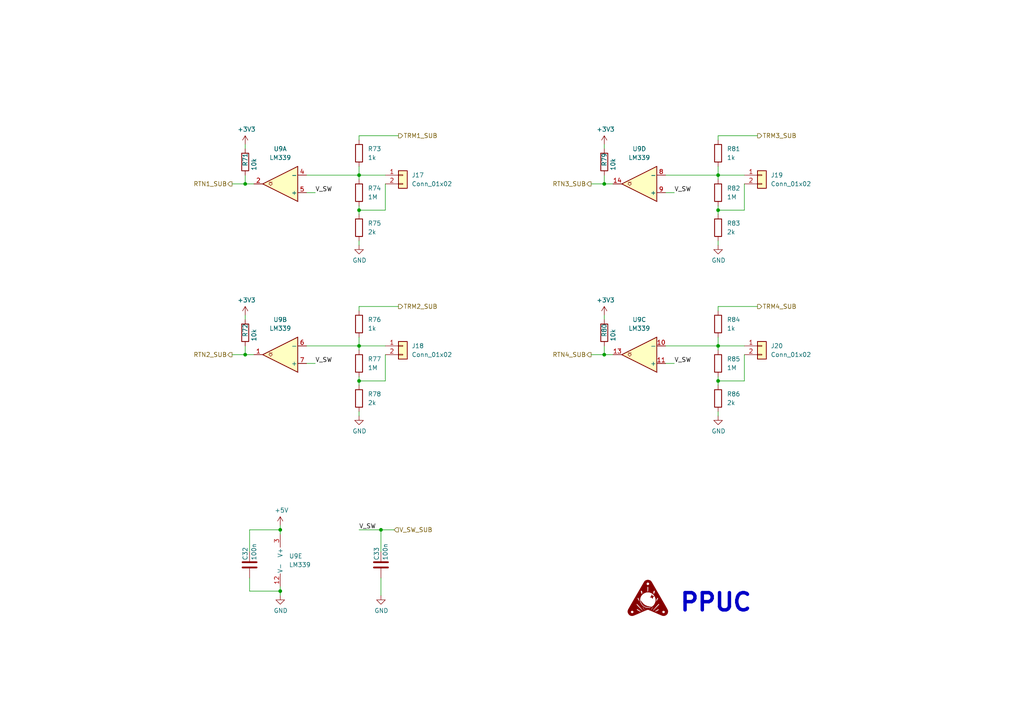
<source format=kicad_sch>
(kicad_sch (version 20211123) (generator eeschema)
  (paper "A4")
  (title_block (title "Opto_8") (date "2025-03-26") (rev "0.1.0"))
  (lib_symbols
    (symbol "Comparator:LM339" (pin_names (offset 0.127))
      (property "Reference" "U" (at 0 5.08 0))
      (property "Value" "LM339" (at 0 -5.08 0))
      (symbol "LM339_1_1"
        (polyline (pts (xy -5.08 5.08) (xy 5.08 0) (xy -5.08 -5.08) (xy -5.08 5.08)) (stroke (width 0.254)) (fill (type background)))
        (polyline (pts (xy 3.302 -0.508) (xy 2.794 -0.508) (xy 3.302 0) (xy 2.794 0.508) (xy 2.286 0) (xy 2.794 -0.508) (xy 2.286 -0.508)) (stroke (width 0.127)))
        (pin open_collector line (at 7.62 0 180) (length 2.54) (name "~") (number "2"))
        (pin input line (at -7.62 -2.54 0) (length 2.54) (name "-") (number "4"))
        (pin input line (at -7.62 2.54 0) (length 2.54) (name "+") (number "5"))
      )
      (symbol "LM339_2_1"
        (polyline (pts (xy -5.08 5.08) (xy 5.08 0) (xy -5.08 -5.08) (xy -5.08 5.08)) (stroke (width 0.254)) (fill (type background)))
        (polyline (pts (xy 3.302 -0.508) (xy 2.794 -0.508) (xy 3.302 0) (xy 2.794 0.508) (xy 2.286 0) (xy 2.794 -0.508) (xy 2.286 -0.508)) (stroke (width 0.127)))
        (pin open_collector line (at 7.62 0 180) (length 2.54) (name "~") (number "1"))
        (pin input line (at -7.62 -2.54 0) (length 2.54) (name "-") (number "6"))
        (pin input line (at -7.62 2.54 0) (length 2.54) (name "+") (number "7"))
      )
      (symbol "LM339_3_1"
        (polyline (pts (xy -5.08 5.08) (xy 5.08 0) (xy -5.08 -5.08) (xy -5.08 5.08)) (stroke (width 0.254)) (fill (type background)))
        (polyline (pts (xy 3.302 -0.508) (xy 2.794 -0.508) (xy 3.302 0) (xy 2.794 0.508) (xy 2.286 0) (xy 2.794 -0.508) (xy 2.286 -0.508)) (stroke (width 0.127)))
        (pin input line (at -7.62 -2.54 0) (length 2.54) (name "-") (number "10"))
        (pin input line (at -7.62 2.54 0) (length 2.54) (name "+") (number "11"))
        (pin open_collector line (at 7.62 0 180) (length 2.54) (name "~") (number "13"))
      )
      (symbol "LM339_4_1"
        (polyline (pts (xy -5.08 5.08) (xy 5.08 0) (xy -5.08 -5.08) (xy -5.08 5.08)) (stroke (width 0.254)) (fill (type background)))
        (polyline (pts (xy 3.302 -0.508) (xy 2.794 -0.508) (xy 3.302 0) (xy 2.794 0.508) (xy 2.286 0) (xy 2.794 -0.508) (xy 2.286 -0.508)) (stroke (width 0.127)))
        (pin open_collector line (at 7.62 0 180) (length 2.54) (name "~") (number "14"))
        (pin input line (at -7.62 -2.54 0) (length 2.54) (name "-") (number "8"))
        (pin input line (at -7.62 2.54 0) (length 2.54) (name "+") (number "9"))
      )
      (symbol "LM339_5_1"
        (pin power_in line (at -2.54 -7.62 90) (length 3.81) (name "V-") (number "12"))
        (pin power_in line (at -2.54 7.62 270) (length 3.81) (name "V+") (number "3"))
      )
    )
    (symbol "Connector_Generic:Conn_01x02" (pin_names (offset 1.016) hide)
      (property "Reference" "J" (at 0 2.54 0))
      (property "Value" "Conn_01x02" (at 0 -5.08 0))
      (symbol "Conn_01x02_1_1"
        (rectangle (start -1.27 -2.413) (end 0 -2.667) (stroke (width 0.1524)))
        (rectangle (start -1.27 0.127) (end 0 -0.127) (stroke (width 0.1524)))
        (rectangle (start -1.27 1.27) (end 1.27 -3.81) (stroke (width 0.254)) (fill (type background)))
        (pin passive line (at -5.08 0 0) (length 3.81) (name "Pin_1") (number "1"))
        (pin passive line (at -5.08 -2.54 0) (length 3.81) (name "Pin_2") (number "2"))
      )
    )
    (symbol "Device:C" (pin_numbers hide) (pin_names (offset 0.254))
      (property "Reference" "C" (at 0.635 2.54 0))
      (property "Value" "C" (at 0.635 -2.54 0))
      (symbol "C_0_1"
        (polyline (pts (xy -2.032 -0.762) (xy 2.032 -0.762)) (stroke (width 0.508)))
        (polyline (pts (xy -2.032 0.762) (xy 2.032 0.762)) (stroke (width 0.508)))
      )
      (symbol "C_1_1"
        (pin passive line (at 0 3.81 270) (length 2.794) (name "~") (number "1"))
        (pin passive line (at 0 -3.81 90) (length 2.794) (name "~") (number "2"))
      )
    )
    (symbol "Device:R" (pin_numbers hide) (pin_names (offset 0))
      (property "Reference" "R" (at 2.032 0 90))
      (property "Value" "R" (at 0 0 90))
      (symbol "R_0_1"
        (rectangle (start -1.016 -2.54) (end 1.016 2.54) (stroke (width 0.254)))
      )
      (symbol "R_1_1"
        (pin passive line (at 0 3.81 270) (length 1.27) (name "~") (number "1"))
        (pin passive line (at 0 -3.81 90) (length 1.27) (name "~") (number "2"))
      )
    )
    (symbol "PPUC_LOGO_LIB:LOGO" (pin_names (offset 1.016))
      (symbol "LOGO_0_0"
        (polyline (pts (xy 1.3461 0.5723) (xy 1.401 0.7319) (xy 1.5604 0.9187) (xy 1.7415 1.0689) (xy 1.5906 1.0703) (xy 1.4626 1.0839) (xy 1.2757 1.1732) (xy 1.1226 1.3565) (xy 1.0185 1.5273) (xy 1.0183 1.3201) (xy 1.0052 1.1853) (xy 0.9467 1.0647) (xy 0.8201 0.9316) (xy 0.6221 0.7503) (xy 0.8008 0.7503) (xy 0.8737 0.7451) (xy 1.0075 0.6918) (xy 1.1462 0.5632) (xy 1.3128 0.3761) (xy 1.3461 0.5723)) (stroke (width 0.01)) (fill (type outline)))
        (polyline (pts (xy 0.1988 -2.0744) (xy 0.5626 -2.0132) (xy 0.8306 -1.9387) (xy 0.5626 -1.9329) (xy 0.4034 -1.9255) (xy -0.1437 -1.8346) (xy -0.6511 -1.6461) (xy -1.1124 -1.3635) (xy -1.5212 -0.9906) (xy -1.8709 -0.5311) (xy -1.984 -0.3573) (xy -2.0545 -0.2659) (xy -2.0804 -0.2689) (xy -2.0663 -0.3675) (xy -2.0172 -0.5626) (xy -1.9531 -0.7694) (xy -1.7523 -1.1905) (xy -1.478 -1.5343) (xy -1.1315 -1.7993) (xy -0.7139 -1.9844) (xy -0.5869 -2.0195) (xy -0.2016 -2.0761) (xy 0.1988 -2.0744)) (stroke (width 0.01)) (fill (type outline)))
        (polyline (pts (xy -4.5517 -4.6263) (xy -4.4448 -4.6087) (xy -4.3144 -4.5748) (xy -4.1524 -4.5216) (xy -3.9504 -4.4461) (xy -3.7002 -4.3452) (xy -3.3934 -4.216) (xy -3.0218 -4.0554) (xy -2.5771 -3.8605) (xy -2.0509 -3.6282) (xy -1.435 -3.3556) (xy -1.2826 -3.2884) (xy -0.8872 -3.1181) (xy -0.5757 -2.9915) (xy -0.3394 -2.9052) (xy -0.1694 -2.8558) (xy -0.0568 -2.84) (xy -0.0245 -2.8416) (xy 0.131 -2.8733) (xy 0.3579 -2.9476) (xy 0.3988 -2.9636) (xy 0.839 -2.9636) (xy 0.8472 -2.8886) (xy 0.9027 -2.7535) (xy 0.9916 -2.5822) (xy 1.0998 -2.3987) (xy 1.2134 -2.2268) (xy 1.3183 -2.0905) (xy 1.4005 -2.0137) (xy 1.4168 -2.0042) (xy 1.5142 -1.9565) (xy 1.554 -1.9532) (xy 1.5352 -1.9949) (xy 1.471 -2.1124) (xy 1.372 -2.2847) (xy 1.2494 -2.4921) (xy 1.1911 -2.5891) (xy 1.067 -2.7902) (xy 0.9809 -2.9159) (xy 0.922 -2.9787) (xy 0.8793 -2.9916) (xy 0.8417 -2.9673) (xy 0.839 -2.9636) (xy 0.3988 -2.9636) (xy 0.6639 -3.0673) (xy 0.7882 -3.1204) (xy 1.3552 -3.1204) (xy 1.3684 -3.0819) (xy 1.4092 -3.0182) (xy 1.4848 -2.9199) (xy 1.6022 -2.7776) (xy 1.7681 -2.5821) (xy 1.9898 -2.3238) (xy 2.2741 -1.9934) (xy 2.3543 -1.9006) (xy 2.5716 -1.6532) (xy 2.7639 -1.4401) (xy 2.9202 -1.2731) (xy 3.0295 -1.1642) (xy 3.0806 -1.1253) (xy 3.1358 -1.1406) (xy 3.2268 -1.2163) (xy 3.2683 -1.3101) (xy 3.2514 -1.3383) (xy 3.1703 -1.4365) (xy 3.0314 -1.5923) (xy 2.845 -1.7944) (xy 2.6213 -2.0315) (xy 2.3707 -2.2924) (xy 2.351 -2.3128) (xy 2.0542 -2.6162) (xy 1.8219 -2.8468) (xy 1.6473 -3.011) (xy 1.5231 -3.1152) (xy 1.4426 -3.1656) (xy 1.3986 -3.1685) (xy 1.3841 -3.1593) (xy 1.3628 -3.1431) (xy 1.3552 -3.1204) (xy 0.7882 -3.1204) (xy 1.0567 -3.2351) (xy 1.0705 -3.2411) (xy 1.3795 -3.3769) (xy 1.9566 -3.3769) (xy 1.9884 -3.3276) (xy 2.094 -3.2343) (xy 2.2572 -3.1101) (xy 2.4618 -2.9683) (xy 2.6777 -2.8269) (xy 2.8466 -2.7247) (xy 2.9592 -2.6709) (xy 3.0317 -2.658) (xy 3.0801 -2.6784) (xy 3.1461 -2.75) (xy 3.1608 -2.8368) (xy 3.096 -2.9317) (xy 2.9448 -3.0443) (xy 2.7 -3.184) (xy 2.4032 -3.33) (xy 2.1841 -3.41) (xy 2.1049 -3.4183) (xy 4.0884 -3.4183) (xy 4.1623 -3.2625) (xy 4.3036 -3.1508) (xy 4.5012 -3.108) (xy 4.5793 -3.1144) (xy 4.7536 -3.1871) (xy 4.8688 -3.3198) (xy 4.9151 -3.4866) (xy 4.8831 -3.6614) (xy 4.7631 -3.818) (xy 4.7494 -3.8288) (xy 4.5699 -3.9046) (xy 4.377 -3.8877) (xy 4.2041 -3.7802) (xy 4.187 -3.7622) (xy 4.093 -3.5932) (xy 4.0884 -3.4183) (xy 2.1049 -3.4183) (xy 2.0372 -3.4254) (xy 1.9569 -3.3776) (xy 1.9566 -3.3769) (xy 1.3795 -3.3769) (xy 1.4118 -3.3911) (xy 1.8166 -3.5689) (xy 2.2518 -3.7602) (xy 2.6843 -3.9502) (xy 3.0812 -4.1246) (xy 3.4438 -4.2828) (xy 3.7384 -4.4075) (xy 3.9656 -4.4978) (xy 4.1405 -4.5588) (xy 4.2783 -4.5958) (xy 4.3943 -4.6142) (xy 4.5035 -4.6191) (xy 4.5541 -4.6183) (xy 4.9176 -4.5572) (xy 5.2324 -4.407) (xy 5.4866 -4.1778) (xy 5.6688 -3.8797) (xy 5.767 -3.5229) (xy 5.7717 -3.4883) (xy 5.7812 -3.4013) (xy 5.7831 -3.317) (xy 5.7737 -3.2275) (xy 5.7489 -3.1248) (xy 5.7051 -3.001) (xy 5.6384 -2.848) (xy 5.5448 -2.658) (xy 5.4206 -2.4231) (xy 5.2619 -2.1351) (xy 5.0648 -1.7863) (xy 4.8256 -1.3685) (xy 4.5403 -0.874) (xy 4.2052 -0.2947) (xy 3.8596 0.3026) (xy 3.2999 1.2707) (xy 2.6957 2.3167) (xy 2.0442 3.4454) (xy 1.3424 4.6621) (xy 1.3358 4.6735) (xy 1.1639 4.9694) (xy 1.0314 5.1879) (xy 0.9254 5.3445) (xy 0.8331 5.4546) (xy 0.7415 5.5337) (xy 0.6378 5.5972) (xy 0.509 5.6605) (xy 0.4416 5.69) (xy 0.084 5.7811) (xy -0.2769 5.7684) (xy -0.6253 5.6522) (xy -0.7345 5.5939) (xy -0.885 5.5) (xy -0.9779 5.4245) (xy -0.9942 5.4027) (xy -1.0647 5.2936) (xy -1.1755 5.1127) (xy -1.3175 4.8747) (xy -1.4638 4.6255) (xy -0.4632 4.6255) (xy -0.4306 4.8182) (xy -0.3984 4.8816) (xy -0.2632 5.0164) (xy -0.0889 5.0695) (xy 0.0977 5.0371) (xy 0.2697 4.9157) (xy 0.3554 4.7754) (xy 0.3676 4.5978) (xy 0.2886 4.4299) (xy 0.1241 4.2957) (xy 0.0455 4.2633) (xy -0.1365 4.2539) (xy -0.2956 4.324) (xy -0.4114 4.4543) (xy -0.4632 4.6255) (xy -1.4638 4.6255) (xy -1.4819 4.5946) (xy -1.66 4.287) (xy -1.7166 4.1885) (xy -1.9049 3.8615) (xy -2.0851 3.5488) (xy -2.1688 3.404) (xy -0.2283 3.404) (xy -0.2262 3.5927) (xy -0.2144 3.7126) (xy -0.1911 3.7823) (xy -0.1547 3.82) (xy -0.0974 3.8437) (xy 0.0195 3.8417) (xy 0.061 3.8097) (xy 0.0892 3.7328) (xy 0.1031 3.5914) (xy 0.1067 3.3643) (xy 0.1066 3.3405) (xy 0.1012 3.0848) (xy 0.089 2.834) (xy 0.0724 2.6392) (xy 0.0716 2.6321) (xy 0.043 2.4646) (xy 0.0034 2.3807) (xy -0.0579 2.3578) (xy -0.1111 2.3636) (xy -0.1783 2.398) (xy -0.1789 2.3992) (xy -0.1896 2.4712) (xy -0.2012 2.627) (xy -0.2123 2.8444) (xy -0.2216 3.1014) (xy -0.2224 3.1282) (xy -0.2283 3.404) (xy -2.1688 3.404) (xy -2.2461 3.2702) (xy -2.3763 3.0453) (xy -2.4646 2.8937) (xy -2.5328 2.7766) (xy -2.6595 2.5584) (xy -2.6793 2.5242) (xy -2.1341 2.5242) (xy -2.1155 2.5845) (xy -2.0247 2.675) (xy -1.8982 2.6952) (xy -1.7757 2.633) (xy -1.7537 2.6068) (xy -1.6879 2.4618) (xy -1.6458 2.267) (xy -1.6309 2.0599) (xy -1.6466 1.8782) (xy -1.6962 1.7594) (xy -1.7615 1.6966) (xy -1.8218 1.6612) (xy -1.8419 1.6763) (xy -1.8946 1.7681) (xy -1.9597 1.9182) (xy -2.0266 2.0977) (xy -2.0849 2.2778) (xy -2.1243 2.4296) (xy -2.1341 2.5242) (xy -2.6793 2.5242) (xy -2.8158 2.2886) (xy -2.9879 1.9906) (xy -3.1625 1.688) (xy -3.2951 1.458) (xy -3.469 1.1568) (xy -3.63 0.8782) (xy -3.7647 0.6455) (xy -3.8595 0.4823) (xy -3.8914 0.4274) (xy -3.0678 0.4274) (xy -3.0484 0.5433) (xy -2.9776 0.6215) (xy -2.8768 0.6275) (xy -2.7998 0.5648) (xy -2.7033 0.4155) (xy -2.6127 0.2108) (xy -2.5894 0.1365) (xy -2.3239 0.1365) (xy -2.2472 0.5701) (xy -2.0885 0.9814) (xy -1.8498 1.3566) (xy -1.5332 1.6819) (xy -1.1407 1.9435) (xy -0.9119 2.0507) (xy -0.4377 2.1933) (xy 0.0354 2.2296) (xy 0.504 2.1594) (xy 0.8654 2.0208) (xy 1.5087 2.0208) (xy 1.525 2.2218) (xy 1.567 2.4548) (xy 1.6445 2.6272) (xy 1.7518 2.7009) (xy 1.8868 2.6733) (xy 1.9403 2.6399) (xy 1.9991 2.568) (xy 2.0109 2.4625) (xy 1.976 2.3022) (xy 1.8947 2.0662) (xy 1.8728 2.0084) (xy 1.8012 1.8315) (xy 1.7436 1.7078) (xy 1.7109 1.6612) (xy 1.6648 1.6879) (xy 1.5826 1.7664) (xy 1.55 1.8078) (xy 1.5157 1.8934) (xy 1.5087 2.0208) (xy 0.8654 2.0208) (xy 0.9647 1.9827) (xy 1.1079 1.903) (xy 1.4698 1.6273) (xy 1.772 1.2848) (xy 2.0056 0.8931) (xy 2.1613 0.4697) (xy 2.2302 0.0322) (xy 2.203 -0.4019) (xy 2.1714 -0.5408) (xy 2.1461 -0.6155) (xy 2.3578 -0.6155) (xy 2.3583 -0.2943) (xy 2.3682 -0.0984) (xy 2.4156 0.0962) (xy 2.5179 0.3043) (xy 2.5922 0.4276) (xy 2.6782 0.5541) (xy 2.7341 0.617) (xy 2.7414 0.6209) (xy 2.8273 0.6122) (xy 2.9101 0.5431) (xy 2.9472 0.4477) (xy 2.9318 0.398) (xy 2.8706 0.2689) (xy 2.7736 0.0883) (xy 2.6525 -0.1215) (xy 2.3578 -0.6155) (xy 2.1461 -0.6155) (xy 2.064 -0.8575) (xy 1.9161 -1.1751) (xy 1.7457 -1.4578) (xy 1.5706 -1.6698) (xy 1.3652 -1.8396) (xy 1.0298 -2.0466) (xy 0.6676 -2.2076) (xy 0.3215 -2.3008) (xy 0.1712 -2.3246) (xy 0.0123 -2.3442) (xy -0.1182 -2.3464) (xy -0.2648 -2.331) (xy -0.4724 -2.2979) (xy -0.4834 -2.296) (xy -0.9009 -2.1729) (xy -1.3021 -1.9569) (xy -1.6617 -1.6616) (xy -1.7713 -1.5443) (xy -2.0424 -1.1598) (xy -2.2235 -0.7423) (xy -2.3167 -0.3056) (xy -2.3239 0.1365) (xy -2.5894 0.1365) (xy -2.5398 -0.0217) (xy -2.4965 -0.2545) (xy -2.4816 -0.4145) (xy -2.4756 -0.541) (xy -2.4815 -0.5894) (xy -2.5017 -0.5657) (xy -2.5654 -0.4691) (xy -2.6582 -0.3191) (xy -2.7664 -0.1389) (xy -2.8762 0.0488) (xy -2.974 0.2208) (xy -3.046 0.3543) (xy -3.0678 0.4274) (xy -3.8914 0.4274) (xy -4.074 0.1136) (xy -4.3251 -0.3193) (xy -4.5746 -0.7508) (xy -4.8159 -1.1694) (xy -4.8786 -1.2784) (xy -3.3671 -1.2784) (xy -3.3327 -1.1892) (xy -3.2323 -1.1521) (xy -3.1966 -1.1624) (xy -3.1101 -1.2232) (xy -2.9813 -1.3438) (xy -2.8042 -1.5303) (xy -2.5728 -1.7888) (xy -2.4208 -1.9643) (xy -1.6612 -1.9643) (xy -1.6594 -1.9591) (xy -1.608 -1.97) (xy -1.508 -2.0309) (xy -1.4986 -2.0381) (xy -1.4073 -2.1382) (xy -1.294 -2.297) (xy -1.1757 -2.4857) (xy -1.1695 -2.4968) (xy -0.7356 -2.4968) (xy -0.7314 -2.4282) (xy -0.7254 -2.4236) (xy -0.6547 -2.4286) (xy -0.5743 -2.4801) (xy -0.5359 -2.5467) (xy -0.5327 -2.5851) (xy -0.5292 -2.5989) (xy -0.1072 -2.5989) (xy -0.1012 -2.5619) (xy -0.0536 -2.5185) (xy -0.029 -2.5276) (xy 0 -2.5989) (xy -0.0061 -2.6359) (xy -0.0536 -2.6793) (xy -0.0783 -2.6702) (xy -0.1072 -2.5989) (xy -0.5292 -2.5989) (xy -0.5081 -2.6831) (xy 0.3751 -2.6831) (xy 0.3938 -2.606) (xy 0.4512 -2.5082) (xy 0.5205 -2.4385) (xy 0.5741 -2.4318) (xy 0.5748 -2.4325) (xy 0.5814 -2.4999) (xy 0.5635 -2.6219) (xy 0.5251 -2.7192) (xy 0.4602 -2.7803) (xy 0.4009 -2.7713) (xy 0.3751 -2.6831) (xy -0.5081 -2.6831) (xy -0.5034 -2.7017) (xy -0.4959 -2.7525) (xy -0.5517 -2.7865) (xy -0.5685 -2.7818) (xy -0.6326 -2.7165) (xy -0.6955 -2.6073) (xy -0.7356 -2.4968) (xy -1.1695 -2.4968) (xy -1.0699 -2.6753) (xy -0.9938 -2.8369) (xy -0.9646 -2.9417) (xy -0.969 -2.9815) (xy -1.0057 -2.9971) (xy -1.0815 -2.9245) (xy -1.199 -2.761) (xy -1.3606 -2.5038) (xy -1.4599 -2.3373) (xy -1.5641 -2.1562) (xy -1.635 -2.025) (xy -1.6612 -1.9643) (xy -2.4208 -1.9643) (xy -2.2811 -2.1255) (xy -2.1217 -2.3119) (xy -1.9044 -2.5679) (xy -1.7186 -2.7886) (xy -1.574 -2.9626) (xy -1.4803 -3.0784) (xy -1.4469 -3.1245) (xy -1.454 -3.1382) (xy -1.52 -3.1781) (xy -1.5278 -3.1783) (xy -1.6047 -3.1327) (xy -1.7462 -3.0164) (xy -1.9453 -2.8356) (xy -2.1952 -2.5966) (xy -2.489 -2.3054) (xy -2.6581 -2.1348) (xy -2.9131 -1.8736) (xy -3.1029 -1.672) (xy -3.2353 -1.521) (xy -3.3182 -1.4112) (xy -3.3595 -1.3334) (xy -3.3671 -1.2784) (xy -4.8786 -1.2784) (xy -5.0426 -1.5637) (xy -5.2481 -1.9224) (xy -5.4258 -2.2341) (xy -5.5692 -2.4873) (xy -5.6719 -2.6707) (xy -5.7271 -2.7729) (xy -5.7627 -2.8709) (xy -3.2801 -2.8709) (xy -3.2782 -2.7698) (xy -3.2311 -2.6705) (xy -3.1611 -2.6257) (xy -3.1607 -2.6257) (xy -3.0971 -2.6543) (xy -2.9637 -2.7303) (xy -2.7798 -2.8423) (xy -2.5647 -2.9788) (xy -2.4856 -3.0303) (xy -2.2723 -3.1753) (xy -2.1417 -3.2771) (xy -2.0852 -3.3429) (xy -2.0946 -3.3799) (xy -2.1486 -3.4044) (xy -2.2775 -3.4271) (xy -2.3431 -3.4116) (xy -2.4883 -3.3518) (xy -2.6743 -3.2611) (xy -2.8733 -3.1545) (xy -3.0577 -3.0469) (xy -3.1998 -2.9533) (xy -3.2718 -2.8888) (xy -3.2801 -2.8709) (xy -5.7627 -2.8709) (xy -5.8531 -3.1193) (xy -5.8778 -3.4709) (xy -5.8635 -3.5309) (xy -5.022 -3.5309) (xy -5.0037 -3.3668) (xy -4.9098 -3.2345) (xy -4.7661 -3.1451) (xy -4.5983 -3.1099) (xy -4.432 -3.1399) (xy -4.293 -3.2464) (xy -4.1967 -3.4285) (xy -4.2009 -3.61) (xy -4.3113 -3.7802) (xy -4.4173 -3.8602) (xy -4.5991 -3.9092) (xy -4.7763 -3.8703) (xy -4.9237 -3.7513) (xy -5.016 -3.5602) (xy -5.022 -3.5309) (xy -5.8635 -3.5309) (xy -5.7969 -3.8115) (xy -5.611 -4.1347) (xy -5.4411 -4.3242) (xy -5.1815 -4.5027) (xy -4.8682 -4.6016) (xy -4.8152 -4.6112) (xy -4.7286 -4.6245) (xy -4.6436 -4.6306) (xy -4.5517 -4.6263)) (stroke (width 0.01)) (fill (type outline)))
      )
    )
    (symbol "power:+3V3" (power) (pin_names (offset 0))
      (property "Value" "+3V3" (at 0 3.556 0))
      (symbol "+3V3_0_1"
        (polyline (pts (xy -0.762 1.27) (xy 0 2.54)))
        (polyline (pts (xy 0 0) (xy 0 2.54)))
        (polyline (pts (xy 0 2.54) (xy 0.762 1.27)))
      )
      (symbol "+3V3_1_1"
        (pin power_in line (at 0 0 90) (length 0) hide (name "+3V3") (number "1"))
      )
    )
    (symbol "power:+5V" (power) (pin_names (offset 0))
      (property "Value" "+5V" (at 0 3.556 0))
      (symbol "+5V_0_1"
        (polyline (pts (xy -0.762 1.27) (xy 0 2.54)))
        (polyline (pts (xy 0 0) (xy 0 2.54)))
        (polyline (pts (xy 0 2.54) (xy 0.762 1.27)))
      )
      (symbol "+5V_1_1"
        (pin power_in line (at 0 0 90) (length 0) hide (name "+5V") (number "1"))
      )
    )
    (symbol "power:GND" (power) (pin_names (offset 0))
      (property "Value" "GND" (at 0 -3.81 0))
      (symbol "GND_0_1"
        (polyline (pts (xy 0 0) (xy 0 -1.27) (xy 1.27 -1.27) (xy 0 -2.54) (xy -1.27 -1.27) (xy 0 -1.27)))
      )
      (symbol "GND_1_1"
        (pin power_in line (at 0 0 270) (length 0) hide (name "GND") (number "1"))
      )
    )
  )
  (junction (at 175.26 102.87))
  (junction (at 208.28 110.49))
  (junction (at 71.12 102.87))
  (junction (at 81.28 171.45))
  (junction (at 175.26 53.34))
  (junction (at 104.14 60.96))
  (junction (at 208.28 100.33))
  (junction (at 104.14 100.33))
  (junction (at 104.14 110.49))
  (junction (at 208.28 60.96))
  (junction (at 71.12 53.34))
  (junction (at 110.49 153.67))
  (junction (at 81.28 153.67))
  (junction (at 104.14 50.8))
  (junction (at 208.28 50.8))
  (wire (pts (xy 104.14 71.12) (xy 104.14 69.85)))
  (wire (pts (xy 67.31 102.87) (xy 71.12 102.87)))
  (wire (pts (xy 208.28 60.96) (xy 215.9 60.96)))
  (wire (pts (xy 208.28 110.49) (xy 208.28 109.22)))
  (wire (pts (xy 104.14 120.65) (xy 104.14 119.38)))
  (wire (pts (xy 104.14 110.49) (xy 104.14 109.22)))
  (wire (pts (xy 208.28 111.76) (xy 208.28 110.49)))
  (wire (pts (xy 175.26 91.44) (xy 175.26 92.71)))
  (wire (pts (xy 104.14 111.76) (xy 104.14 110.49)))
  (wire (pts (xy 104.14 110.49) (xy 111.76 110.49)))
  (wire (pts (xy 72.39 160.02) (xy 72.39 153.67)))
  (wire (pts (xy 175.26 100.33) (xy 175.26 102.87)))
  (wire (pts (xy 110.49 167.64) (xy 110.49 172.72)))
  (wire (pts (xy 104.14 48.26) (xy 104.14 50.8)))
  (wire (pts (xy 208.28 88.9) (xy 219.71 88.9)))
  (wire (pts (xy 104.14 97.79) (xy 104.14 100.33)))
  (wire (pts (xy 193.04 100.33) (xy 208.28 100.33)))
  (wire (pts (xy 81.28 170.18) (xy 81.28 171.45)))
  (wire (pts (xy 208.28 48.26) (xy 208.28 50.8)))
  (wire (pts (xy 215.9 53.34) (xy 215.9 60.96)))
  (wire (pts (xy 175.26 41.91) (xy 175.26 43.18)))
  (wire (pts (xy 104.14 50.8) (xy 111.76 50.8)))
  (wire (pts (xy 88.9 100.33) (xy 104.14 100.33)))
  (wire (pts (xy 208.28 97.79) (xy 208.28 100.33)))
  (wire (pts (xy 71.12 91.44) (xy 71.12 92.71)))
  (wire (pts (xy 104.14 88.9) (xy 104.14 90.17)))
  (wire (pts (xy 104.14 60.96) (xy 104.14 59.69)))
  (wire (pts (xy 208.28 120.65) (xy 208.28 119.38)))
  (wire (pts (xy 81.28 152.4) (xy 81.28 153.67)))
  (wire (pts (xy 88.9 50.8) (xy 104.14 50.8)))
  (wire (pts (xy 110.49 153.67) (xy 110.49 160.02)))
  (wire (pts (xy 72.39 167.64) (xy 72.39 171.45)))
  (wire (pts (xy 195.58 55.88) (xy 193.04 55.88)))
  (wire (pts (xy 215.9 102.87) (xy 215.9 110.49)))
  (wire (pts (xy 208.28 88.9) (xy 208.28 90.17)))
  (wire (pts (xy 72.39 153.67) (xy 81.28 153.67)))
  (wire (pts (xy 104.14 39.37) (xy 115.57 39.37)))
  (wire (pts (xy 67.31 53.34) (xy 71.12 53.34)))
  (wire (pts (xy 208.28 39.37) (xy 219.71 39.37)))
  (wire (pts (xy 110.49 153.67) (xy 114.3 153.67)))
  (wire (pts (xy 171.45 102.87) (xy 175.26 102.87)))
  (wire (pts (xy 91.44 105.41) (xy 88.9 105.41)))
  (wire (pts (xy 208.28 50.8) (xy 215.9 50.8)))
  (wire (pts (xy 208.28 62.23) (xy 208.28 60.96)))
  (wire (pts (xy 208.28 50.8) (xy 208.28 52.07)))
  (wire (pts (xy 193.04 50.8) (xy 208.28 50.8)))
  (wire (pts (xy 71.12 102.87) (xy 73.66 102.87)))
  (wire (pts (xy 104.14 39.37) (xy 104.14 40.64)))
  (wire (pts (xy 91.44 55.88) (xy 88.9 55.88)))
  (wire (pts (xy 104.14 62.23) (xy 104.14 60.96)))
  (wire (pts (xy 104.14 100.33) (xy 111.76 100.33)))
  (wire (pts (xy 71.12 50.8) (xy 71.12 53.34)))
  (wire (pts (xy 175.26 53.34) (xy 177.8 53.34)))
  (wire (pts (xy 208.28 100.33) (xy 208.28 101.6)))
  (wire (pts (xy 175.26 50.8) (xy 175.26 53.34)))
  (wire (pts (xy 104.14 153.67) (xy 110.49 153.67)))
  (wire (pts (xy 111.76 102.87) (xy 111.76 110.49)))
  (wire (pts (xy 104.14 100.33) (xy 104.14 101.6)))
  (wire (pts (xy 175.26 102.87) (xy 177.8 102.87)))
  (wire (pts (xy 104.14 88.9) (xy 115.57 88.9)))
  (wire (pts (xy 208.28 110.49) (xy 215.9 110.49)))
  (wire (pts (xy 195.58 105.41) (xy 193.04 105.41)))
  (wire (pts (xy 208.28 60.96) (xy 208.28 59.69)))
  (wire (pts (xy 71.12 53.34) (xy 73.66 53.34)))
  (wire (pts (xy 171.45 53.34) (xy 175.26 53.34)))
  (wire (pts (xy 81.28 171.45) (xy 81.28 172.72)))
  (wire (pts (xy 104.14 50.8) (xy 104.14 52.07)))
  (wire (pts (xy 71.12 41.91) (xy 71.12 43.18)))
  (wire (pts (xy 208.28 71.12) (xy 208.28 69.85)))
  (wire (pts (xy 81.28 153.67) (xy 81.28 154.94)))
  (wire (pts (xy 208.28 100.33) (xy 215.9 100.33)))
  (wire (pts (xy 111.76 53.34) (xy 111.76 60.96)))
  (wire (pts (xy 104.14 60.96) (xy 111.76 60.96)))
  (wire (pts (xy 72.39 171.45) (xy 81.28 171.45)))
  (wire (pts (xy 208.28 39.37) (xy 208.28 40.64)))
  (wire (pts (xy 71.12 100.33) (xy 71.12 102.87)))
  (text "PPUC" (at 196.85 177.8 0) (effects (font (size 5 5) bold) (justify left bottom)))
  (label "V_SW" (at 104.14 153.67 0))
  (label "V_SW" (at 195.58 55.88 0))
  (label "V_SW" (at 91.44 105.41 0))
  (label "V_SW" (at 91.44 55.88 0))
  (label "V_SW" (at 195.58 105.41 0))
  (hierarchical_label "RTN1_SUB" (shape output) (at 67.31 53.34 180))
  (hierarchical_label "RTN2_SUB" (shape output) (at 67.31 102.87 180))
  (hierarchical_label "RTN4_SUB" (shape output) (at 171.45 102.87 180))
  (hierarchical_label "V_SW_SUB" (shape input) (at 114.3 153.67 0))
  (hierarchical_label "RTN3_SUB" (shape output) (at 171.45 53.34 180))
  (hierarchical_label "TRM1_SUB" (shape output) (at 115.57 39.37 0))
  (hierarchical_label "TRM2_SUB" (shape output) (at 115.57 88.9 0))
  (hierarchical_label "TRM4_SUB" (shape output) (at 219.71 88.9 0))
  (hierarchical_label "TRM3_SUB" (shape output) (at 219.71 39.37 0))
  (symbol (lib_id "Device:R") (at 175.26 96.52 0) (unit 1)
    (property "Reference" "R80" (at 175.26 97.79 90) (effects (justify left)))
    (property "Value" "10k" (at 177.8 99.06 90) (effects (justify left)))
    (property "Footprint" "Resistor_SMD:R_0603_1608Metric" (effects hide))
  )
  (symbol (lib_id "Comparator:LM339") (at 185.42 53.34 180) (unit 4)
    (property "Reference" "U9" (at 185.42 43.18 0))
    (property "Value" "LM339" (at 185.42 45.72 0))
    (property "Footprint" "Package_SO:SOIC-14_3.9x8.7mm_P1.27mm" (effects hide))
    (property "Datasheet" "https://www.st.com/resource/en/datasheet/lm139.pdf" (effects hide))
  )
  (symbol (lib_id "power:+3V3") (at 175.26 91.44 0) (unit 1)
    (property "Reference" "#PWR0110" (effects hide))
    (property "Value" "+3V3" (at 175.641 87.0458 0))
  )
  (symbol (lib_id "Device:R") (at 208.28 105.41 0) (unit 1)
    (property "Reference" "R85" (at 210.82 104.1399 0) (effects (justify left)))
    (property "Value" "1M" (at 210.82 106.6799 0) (effects (justify left)))
    (property "Footprint" "Resistor_SMD:R_0603_1608Metric" (effects hide))
  )
  (symbol (lib_id "power:GND") (at 104.14 71.12 0) (unit 1)
    (property "Reference" "#PWR0106" (effects hide))
    (property "Value" "GND" (at 104.267 75.5142 0))
  )
  (symbol (lib_id "Device:C") (at 72.39 163.83 0) (unit 1)
    (property "Reference" "C32" (at 71.12 162.56 90) (effects (justify left)))
    (property "Value" "100n" (at 73.66 162.56 90) (effects (justify left)))
    (property "Footprint" "Capacitor_SMD:C_0402_1005Metric" (effects hide))
  )
  (symbol (lib_id "Device:R") (at 208.28 66.04 0) (unit 1)
    (property "Reference" "R83" (at 210.82 64.7699 0) (effects (justify left)))
    (property "Value" "2k" (at 210.82 67.3099 0) (effects (justify left)))
    (property "Footprint" "Resistor_SMD:R_0603_1608Metric" (effects hide))
  )
  (symbol (lib_id "Comparator:LM339") (at 81.28 53.34 180) (unit 1)
    (property "Reference" "U9" (at 81.28 43.18 0))
    (property "Value" "LM339" (at 81.28 45.72 0))
    (property "Footprint" "Package_SO:SOIC-14_3.9x8.7mm_P1.27mm" (effects hide))
    (property "Datasheet" "https://www.st.com/resource/en/datasheet/lm139.pdf" (effects hide))
  )
  (symbol (lib_id "Device:R") (at 208.28 55.88 0) (unit 1)
    (property "Reference" "R82" (at 210.82 54.6099 0) (effects (justify left)))
    (property "Value" "1M" (at 210.82 57.1499 0) (effects (justify left)))
    (property "Footprint" "Resistor_SMD:R_0603_1608Metric" (effects hide))
  )
  (symbol (lib_id "power:GND") (at 208.28 71.12 0) (unit 1)
    (property "Reference" "#PWR0111" (effects hide))
    (property "Value" "GND" (at 208.407 75.5142 0))
  )
  (symbol (lib_id "Connector_Generic:Conn_01x02") (at 220.98 50.8 0) (unit 1)
    (property "Reference" "J19" (at 223.52 50.7999 0) (effects (justify left)))
    (property "Value" "Conn_01x02" (at 223.52 53.3399 0) (effects (justify left)))
    (property "Footprint" "Connector_Molex:Molex_KK-254_AE-6410-02A_1x02_P2.54mm_Vertical" (effects hide))
  )
  (symbol (lib_id "Connector_Generic:Conn_01x02") (at 220.98 100.33 0) (unit 1)
    (property "Reference" "J20" (at 223.52 100.3299 0) (effects (justify left)))
    (property "Value" "Conn_01x02" (at 223.52 102.8699 0) (effects (justify left)))
    (property "Footprint" "Connector_Molex:Molex_KK-254_AE-6410-02A_1x02_P2.54mm_Vertical" (effects hide))
  )
  (symbol (lib_id "Device:R") (at 104.14 55.88 0) (unit 1)
    (property "Reference" "R74" (at 106.68 54.6099 0) (effects (justify left)))
    (property "Value" "1M" (at 106.68 57.1499 0) (effects (justify left)))
    (property "Footprint" "Resistor_SMD:R_0603_1608Metric" (effects hide))
  )
  (symbol (lib_id "Comparator:LM339") (at 83.82 162.56 0) (unit 5)
    (property "Reference" "U9" (at 83.82 161.2899 0) (effects (justify left)))
    (property "Value" "LM339" (at 83.82 163.8299 0) (effects (justify left)))
    (property "Footprint" "Package_SO:SOIC-14_3.9x8.7mm_P1.27mm" (effects hide))
    (property "Datasheet" "https://www.st.com/resource/en/datasheet/lm139.pdf" (effects hide))
  )
  (symbol (lib_id "power:+3V3") (at 71.12 41.91 0) (unit 1)
    (property "Reference" "#PWR0102" (effects hide))
    (property "Value" "+3V3" (at 71.501 37.5158 0))
  )
  (symbol (lib_id "power:GND") (at 81.28 172.72 0) (unit 1)
    (property "Reference" "#PWR0105" (effects hide))
    (property "Value" "GND" (at 81.407 177.1142 0))
  )
  (symbol (lib_id "Device:R") (at 175.26 46.99 0) (unit 1)
    (property "Reference" "R79" (at 175.26 48.26 90) (effects (justify left)))
    (property "Value" "10k" (at 177.8 49.53 90) (effects (justify left)))
    (property "Footprint" "Resistor_SMD:R_0603_1608Metric" (effects hide))
  )
  (symbol (lib_id "Device:R") (at 208.28 44.45 0) (unit 1)
    (property "Reference" "R81" (at 210.82 43.1799 0) (effects (justify left)))
    (property "Value" "1k" (at 210.82 45.7199 0) (effects (justify left)))
    (property "Footprint" "Resistor_SMD:R_0603_1608Metric" (effects hide))
  )
  (symbol (lib_id "power:GND") (at 104.14 120.65 0) (unit 1)
    (property "Reference" "#PWR0107" (effects hide))
    (property "Value" "GND" (at 104.267 125.0442 0))
  )
  (symbol (lib_id "Device:R") (at 104.14 66.04 0) (unit 1)
    (property "Reference" "R75" (at 106.68 64.7699 0) (effects (justify left)))
    (property "Value" "2k" (at 106.68 67.3099 0) (effects (justify left)))
    (property "Footprint" "Resistor_SMD:R_0603_1608Metric" (effects hide))
  )
  (symbol (lib_id "Device:R") (at 208.28 115.57 0) (unit 1)
    (property "Reference" "R86" (at 210.82 114.2999 0) (effects (justify left)))
    (property "Value" "2k" (at 210.82 116.8399 0) (effects (justify left)))
    (property "Footprint" "Resistor_SMD:R_0603_1608Metric" (effects hide))
  )
  (symbol (lib_id "Device:R") (at 71.12 96.52 0) (unit 1)
    (property "Reference" "R72" (at 71.12 97.79 90) (effects (justify left)))
    (property "Value" "10k" (at 73.66 99.06 90) (effects (justify left)))
    (property "Footprint" "Resistor_SMD:R_0603_1608Metric" (effects hide))
  )
  (symbol (lib_id "Device:R") (at 104.14 105.41 0) (unit 1)
    (property "Reference" "R77" (at 106.68 104.1399 0) (effects (justify left)))
    (property "Value" "1M" (at 106.68 106.6799 0) (effects (justify left)))
    (property "Footprint" "Resistor_SMD:R_0603_1608Metric" (effects hide))
  )
  (symbol (lib_id "Comparator:LM339") (at 81.28 102.87 180) (unit 2)
    (property "Reference" "U9" (at 81.28 92.71 0))
    (property "Value" "LM339" (at 81.28 95.25 0))
    (property "Footprint" "Package_SO:SOIC-14_3.9x8.7mm_P1.27mm" (effects hide))
    (property "Datasheet" "https://www.st.com/resource/en/datasheet/lm139.pdf" (effects hide))
  )
  (symbol (lib_id "Connector_Generic:Conn_01x02") (at 116.84 100.33 0) (unit 1)
    (property "Reference" "J18" (at 119.38 100.3299 0) (effects (justify left)))
    (property "Value" "Conn_01x02" (at 119.38 102.8699 0) (effects (justify left)))
    (property "Footprint" "Connector_Molex:Molex_KK-254_AE-6410-02A_1x02_P2.54mm_Vertical" (effects hide))
  )
  (symbol (lib_id "Device:R") (at 104.14 115.57 0) (unit 1)
    (property "Reference" "R78" (at 106.68 114.2999 0) (effects (justify left)))
    (property "Value" "2k" (at 106.68 116.8399 0) (effects (justify left)))
    (property "Footprint" "Resistor_SMD:R_0603_1608Metric" (effects hide))
  )
  (symbol (lib_id "Device:R") (at 104.14 44.45 0) (unit 1)
    (property "Reference" "R73" (at 106.68 43.1799 0) (effects (justify left)))
    (property "Value" "1k" (at 106.68 45.7199 0) (effects (justify left)))
    (property "Footprint" "Resistor_SMD:R_0603_1608Metric" (effects hide))
  )
  (symbol (lib_id "power:+3V3") (at 175.26 41.91 0) (unit 1)
    (property "Reference" "#PWR0109" (effects hide))
    (property "Value" "+3V3" (at 175.641 37.5158 0))
  )
  (symbol (lib_id "power:+3V3") (at 71.12 91.44 0) (unit 1)
    (property "Reference" "#PWR0103" (effects hide))
    (property "Value" "+3V3" (at 71.501 87.0458 0))
  )
  (symbol (lib_id "power:+5V") (at 81.28 152.4 0) (unit 1)
    (property "Reference" "#PWR0104" (effects hide))
    (property "Value" "+5V" (at 81.661 148.0058 0))
  )
  (symbol (lib_id "PPUC_LOGO_LIB:LOGO") (at 187.96 173.99 0) (unit 1)
    (property "Reference" "#G6" (effects hide))
    (property "Value" "LOGO" (effects hide))
  )
  (symbol (lib_id "Device:C") (at 110.49 163.83 0) (unit 1)
    (property "Reference" "C33" (at 109.22 162.56 90) (effects (justify left)))
    (property "Value" "100n" (at 111.76 162.56 90) (effects (justify left)))
    (property "Footprint" "Capacitor_SMD:C_0402_1005Metric" (effects hide))
  )
  (symbol (lib_id "Connector_Generic:Conn_01x02") (at 116.84 50.8 0) (unit 1)
    (property "Reference" "J17" (at 119.38 50.7999 0) (effects (justify left)))
    (property "Value" "Conn_01x02" (at 119.38 53.3399 0) (effects (justify left)))
    (property "Footprint" "Connector_Molex:Molex_KK-254_AE-6410-02A_1x02_P2.54mm_Vertical" (effects hide))
  )
  (symbol (lib_id "power:GND") (at 208.28 120.65 0) (unit 1)
    (property "Reference" "#PWR0112" (effects hide))
    (property "Value" "GND" (at 208.407 125.0442 0))
  )
  (symbol (lib_id "Comparator:LM339") (at 185.42 102.87 180) (unit 3)
    (property "Reference" "U9" (at 185.42 92.71 0))
    (property "Value" "LM339" (at 185.42 95.25 0))
    (property "Footprint" "Package_SO:SOIC-14_3.9x8.7mm_P1.27mm" (effects hide))
    (property "Datasheet" "https://www.st.com/resource/en/datasheet/lm139.pdf" (effects hide))
  )
  (symbol (lib_id "power:GND") (at 110.49 172.72 0) (unit 1)
    (property "Reference" "#PWR0108" (effects hide))
    (property "Value" "GND" (at 110.617 177.1142 0))
  )
  (symbol (lib_id "Device:R") (at 71.12 46.99 0) (unit 1)
    (property "Reference" "R71" (at 71.12 48.26 90) (effects (justify left)))
    (property "Value" "10k" (at 73.66 49.53 90) (effects (justify left)))
    (property "Footprint" "Resistor_SMD:R_0603_1608Metric" (effects hide))
  )
  (symbol (lib_id "Device:R") (at 208.28 93.98 0) (unit 1)
    (property "Reference" "R84" (at 210.82 92.7099 0) (effects (justify left)))
    (property "Value" "1k" (at 210.82 95.2499 0) (effects (justify left)))
    (property "Footprint" "Resistor_SMD:R_0603_1608Metric" (effects hide))
  )
  (symbol (lib_id "Device:R") (at 104.14 93.98 0) (unit 1)
    (property "Reference" "R76" (at 106.68 92.7099 0) (effects (justify left)))
    (property "Value" "1k" (at 106.68 95.2499 0) (effects (justify left)))
    (property "Footprint" "Resistor_SMD:R_0603_1608Metric" (effects hide))
  )
)
</source>
